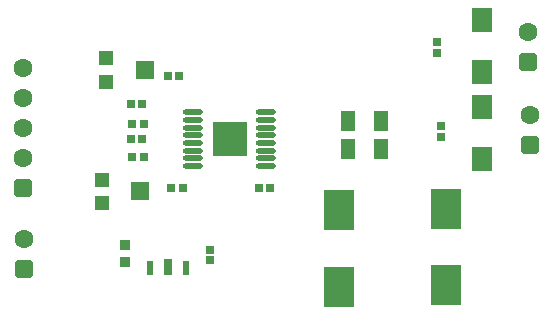
<source format=gbr>
%FSTAX23Y23*%
%MOIN*%
%SFA1B1*%

%IPPOS*%
%AMD40*
4,1,8,-0.031500,0.015700,-0.031500,-0.015700,-0.015700,-0.031500,0.015700,-0.031500,0.031500,-0.015700,0.031500,0.015700,0.015700,0.031500,-0.015700,0.031500,-0.031500,0.015700,0.0*
1,1,0.031496,-0.015700,0.015700*
1,1,0.031496,-0.015700,-0.015700*
1,1,0.031496,0.015700,-0.015700*
1,1,0.031496,0.015700,0.015700*
%
%ADD15R,0.047244X0.047244*%
%ADD16R,0.059055X0.062992*%
%ADD17R,0.021654X0.051181*%
%ADD18R,0.031496X0.058071*%
%ADD19R,0.098425X0.137795*%
%ADD20R,0.035909X0.037744*%
%ADD21R,0.026476X0.029106*%
%ADD22R,0.028165X0.026476*%
%ADD23O,0.066929X0.017716*%
%ADD24R,0.118110X0.118110*%
%ADD25R,0.027559X0.025591*%
%ADD26R,0.045500X0.067252*%
%ADD27R,0.070866X0.082677*%
G04~CAMADD=40~8~0.0~0.0~629.9~629.9~157.5~0.0~15~0.0~0.0~0.0~0.0~0~0.0~0.0~0.0~0.0~0~0.0~0.0~0.0~90.0~630.0~630.0*
%ADD40D40*%
%ADD41C,0.062992*%
%LNmtr_dvr_pcb_pads_top-1*%
%LPD*%
G54D15*
X03874Y02819D03*
Y0274D03*
X03889Y03224D03*
Y03145D03*
G54D16*
X04002Y0278D03*
X04017Y03185D03*
G54D17*
X04036Y02525D03*
X04155D03*
G54D18*
X04095Y02528D03*
G54D19*
X0502Y02467D03*
Y02722D03*
X04665Y02462D03*
Y02717D03*
G54D20*
X0395Y02603D03*
Y02546D03*
G54D21*
X04235Y02586D03*
Y0255D03*
X0499Y03278D03*
Y03241D03*
X05005Y02998D03*
Y02961D03*
G54D22*
X04435Y0279D03*
X04397D03*
G54D23*
X04179Y03044D03*
Y03018D03*
Y02993D03*
Y02967D03*
Y02942D03*
Y02916D03*
Y02891D03*
Y02865D03*
X0442Y03044D03*
Y03018D03*
Y02993D03*
Y02967D03*
Y02942D03*
Y02916D03*
Y02891D03*
Y02865D03*
G54D24*
X043Y02955D03*
G54D25*
X03976Y02895D03*
X04013D03*
X03971Y02955D03*
X04008D03*
X04095Y03165D03*
X04132D03*
X04106Y0279D03*
X04143D03*
X03971Y0307D03*
X04008D03*
X03976Y03005D03*
X04013D03*
G54D26*
X04804Y0292D03*
X04695D03*
X04804Y03015D03*
X04695D03*
G54D27*
X0514Y03351D03*
Y03178D03*
Y03061D03*
Y02888D03*
G54D40*
X03615Y0252D03*
X05295Y0321D03*
X0361Y0279D03*
X053Y02935D03*
G54D41*
X03615Y0262D03*
X05295Y0331D03*
X0361Y0319D03*
Y0309D03*
Y0289D03*
Y0299D03*
X053Y03035D03*
M02*
</source>
